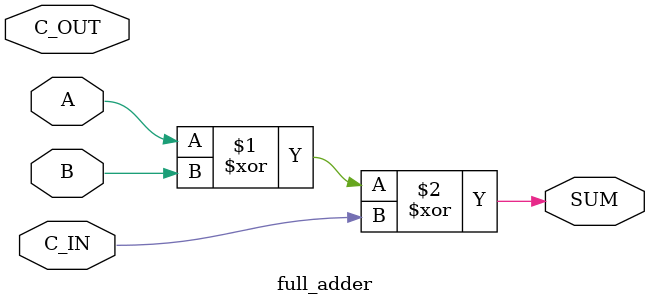
<source format=v>
`timescale 1ns / 1ps


module full_adder(
    input A,
    input B,
    input C_IN,
    output SUM,
    input C_OUT
    );
    
    assign SUM = (A ^ B) ^ C_IN; // XOR Gate
    assign C_OUT = (A & B) + (C_IN & ((~A & B) + (A & ~B)));
    
endmodule

</source>
